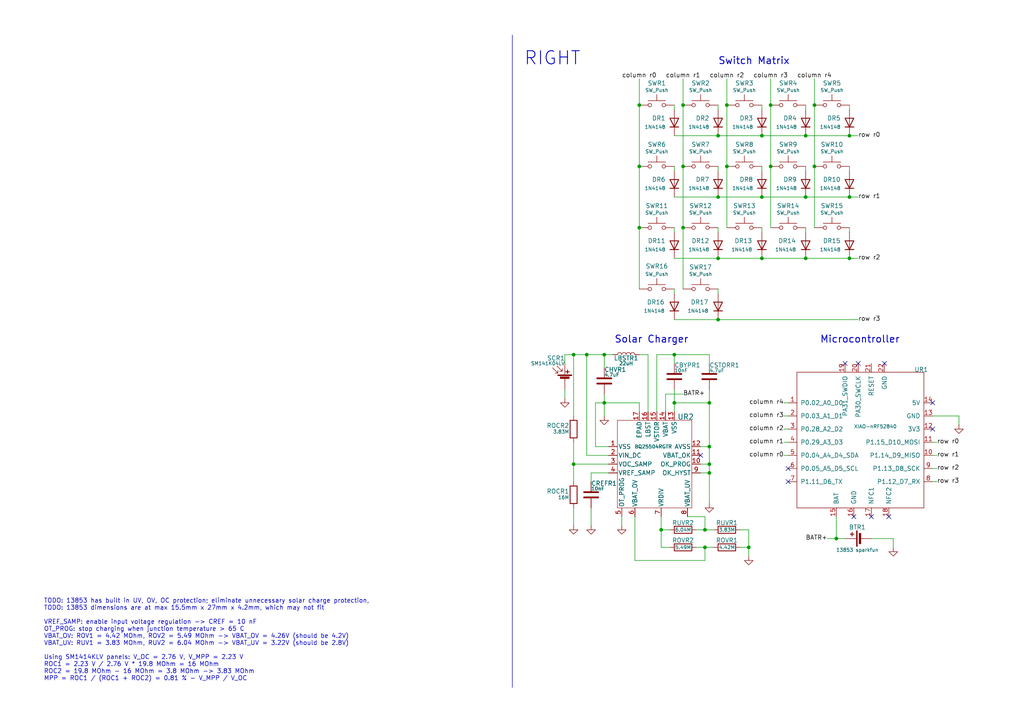
<source format=kicad_sch>
(kicad_sch (version 20250114) (generator "eeschema") (generator_version "9.0")
  (paper "A4")
  (title_block (title "cweep") (rev "1") (comment 1 "use 1% resistors") (comment 2 "use low leakage capacitors to minimize quiescent current"))
  (lib_symbols
    (symbol "BQ25504RGTR:BQ25504RGTR" (pin_names (offset 0.254))
      (property "Reference" "U" (at 0.762 39.116 0))
      (property "Value" "BQ25504RGTR" (at 10.668 33.02 0))
      (property "Footprint" "RGT16_1P7X1P7" (at 26.416 15.748 0))
      (property "Datasheet" "BQ25504RGTR" (at 28.448 17.526 0))
      (symbol "BQ25504RGTR_0_1"
        (polyline (pts (xy 0 40.64) (xy 0 15.24)) (stroke (width 0.127)))
        (polyline (pts (xy 0 40.64) (xy 21.59 40.64)) (stroke (width 0.127)))
        (polyline (pts (xy 0 15.24) (xy 21.59 15.24)) (stroke (width 0.127)))
        (polyline (pts (xy 21.59 40.64) (xy 21.59 15.24)) (stroke (width 0.127)))
        (pin power_in line (at -2.54 33.02 0) (length 2.54) (name "VSS") (number "1"))
        (pin input line (at -2.54 30.48 0) (length 2.54) (name "VIN_DC") (number "2"))
        (pin input line (at -2.54 27.94 0) (length 2.54) (name "VOC_SAMP") (number "3"))
        (pin input line (at -2.54 25.4 0) (length 2.54) (name "VREF_SAMP") (number "4"))
        (pin input line (at 1.27 12.7 90) (length 2.54) (name "OT_PROG") (number "5"))
        (pin input line (at 5.08 12.7 90) (length 2.54) (name "VBAT_OV") (number "6"))
        (pin power_in line (at 6.35 43.18 270) (length 2.54) (name "EPAD") (number "17"))
        (pin input line (at 8.89 43.18 270) (length 2.54) (name "LBST") (number "16"))
        (pin output line (at 11.43 43.18 270) (length 2.54) (name "VSTOR") (number "15"))
        (pin output line (at 12.7 12.7 90) (length 2.54) (name "VRDIV") (number "7"))
        (pin bidirectional line (at 13.97 43.18 270) (length 2.54) (name "VBAT") (number "14"))
        (pin power_in line (at 16.51 43.18 270) (length 2.54) (name "VSS") (number "13"))
        (pin input line (at 20.32 12.7 90) (length 2.54) (name "VBAT_UV") (number "8"))
        (pin power_in line (at 24.13 33.02 180) (length 2.54) (name "AVSS") (number "12"))
        (pin output line (at 24.13 30.48 180) (length 2.54) (name "VBAT_OK") (number "11"))
        (pin input line (at 24.13 27.94 180) (length 2.54) (name "OK_PROG") (number "10"))
        (pin input line (at 24.13 25.4 180) (length 2.54) (name "OK_HYST") (number "9"))
      )
    )
    (symbol "Device:Battery_Cell" (pin_numbers (hide yes)) (pin_names (offset 0) (hide yes))
      (property "Reference" "BT" (at 2.54 2.54 0))
      (property "Value" "Battery_Cell" (at 2.54 0 0))
      (symbol "Battery_Cell_0_1"
        (rectangle (start -2.286 1.778) (end 2.286 1.524) (fill (type outline)))
        (rectangle (start -1.524 1.016) (end 1.524 0.508) (fill (type outline)))
        (polyline (pts (xy 0 1.778) (xy 0 2.54)))
        (polyline (pts (xy 0 0.762) (xy 0 0)))
        (polyline (pts (xy 0.762 3.048) (xy 1.778 3.048)) (stroke (width 0.254)))
        (polyline (pts (xy 1.27 3.556) (xy 1.27 2.54)) (stroke (width 0.254)))
      )
      (symbol "Battery_Cell_1_1"
        (pin passive line (at 0 5.08 270) (length 2.54) (name "+") (number "1"))
        (pin passive line (at 0 -2.54 90) (length 2.54) (name "-") (number "2"))
      )
    )
    (symbol "Device:C" (pin_numbers (hide yes)) (pin_names (offset 0.254))
      (property "Reference" "C" (at 0.635 2.54 0))
      (property "Value" "C" (at 0.635 -2.54 0))
      (symbol "C_0_1"
        (polyline (pts (xy -2.032 0.762) (xy 2.032 0.762)) (stroke (width 0.508)))
        (polyline (pts (xy -2.032 -0.762) (xy 2.032 -0.762)) (stroke (width 0.508)))
      )
      (symbol "C_1_1"
        (pin passive line (at 0 3.81 270) (length 2.794) (name "~") (number "1"))
        (pin passive line (at 0 -3.81 90) (length 2.794) (name "~") (number "2"))
      )
    )
    (symbol "Device:L" (pin_numbers (hide yes)) (pin_names (offset 1.016) (hide yes))
      (property "Reference" "L" (at -1.27 0 90))
      (property "Value" "L" (at 1.905 0 90))
      (symbol "L_0_1"
        (arc (start 0 2.54) (mid 0.6323 1.905) (end 0 1.27))
        (arc (start 0 1.27) (mid 0.6323 0.635) (end 0 0))
        (arc (start 0 0) (mid 0.6323 -0.635) (end 0 -1.27))
        (arc (start 0 -1.27) (mid 0.6323 -1.905) (end 0 -2.54))
      )
      (symbol "L_1_1"
        (pin passive line (at 0 3.81 270) (length 1.27) (name "1") (number "1"))
        (pin passive line (at 0 -3.81 90) (length 1.27) (name "2") (number "2"))
      )
    )
    (symbol "Device:R" (pin_numbers (hide yes)) (pin_names (offset 0))
      (property "Reference" "R" (at 2.032 0 90))
      (property "Value" "R" (at 0 0 90))
      (symbol "R_0_1"
        (rectangle (start -1.016 -2.54) (end 1.016 2.54) (stroke (width 0.254)))
      )
      (symbol "R_1_1"
        (pin passive line (at 0 3.81 270) (length 1.27) (name "~") (number "1"))
        (pin passive line (at 0 -3.81 90) (length 1.27) (name "~") (number "2"))
      )
    )
    (symbol "Device:Solar_Cell" (pin_numbers (hide yes)) (pin_names (offset 0) (hide yes))
      (property "Reference" "SC" (at 2.54 2.54 0))
      (property "Value" "Solar_Cell" (at 2.54 0 0))
      (symbol "Solar_Cell_0_1"
        (polyline (pts (xy -2.032 3.048) (xy -2.032 2.286) (xy -2.794 2.286)))
        (polyline (pts (xy -2.032 2.286) (xy -3.556 3.81)))
        (rectangle (start -2.032 1.778) (end 2.032 1.524) (fill (type outline)))
        (rectangle (start -1.3208 1.1938) (end 1.27 0.6858) (fill (type outline)))
        (polyline (pts (xy -0.762 3.556) (xy -0.762 2.794) (xy -1.524 2.794)))
        (polyline (pts (xy -0.762 2.794) (xy -2.286 4.318)))
        (polyline (pts (xy 0 1.778) (xy 0 2.54)))
        (polyline (pts (xy 0 0.762) (xy 0 0)))
        (polyline (pts (xy 0.254 2.667) (xy 1.27 2.667)) (stroke (width 0.254)))
        (polyline (pts (xy 0.762 3.175) (xy 0.762 2.159)) (stroke (width 0.254)))
      )
      (symbol "Solar_Cell_1_1"
        (pin passive line (at 0 5.08 270) (length 2.54) (name "+") (number "1"))
        (pin passive line (at 0 -2.54 90) (length 2.54) (name "-") (number "2"))
      )
    )
    (symbol "Seeed Studio XIAO Series:XIAO-nRF52840" (pin_names (offset 1.016))
      (property "Reference" "U" (at 0.508 40.132 0))
      (property "Value" "XIAO-nRF52840" (at 6.604 38.1 0))
      (symbol "XIAO-nRF52840_0_1"
        (rectangle (start 0 39.37) (end 36.83 0))
      )
      (symbol "XIAO-nRF52840_1_1"
        (pin passive line (at -2.54 30.48 0) (length 2.54) (name "P0.02_A0_D0") (number "1"))
        (pin passive line (at -2.54 26.67 0) (length 2.54) (name "P0.03_A1_D1") (number "2"))
        (pin passive line (at -2.54 22.86 0) (length 2.54) (name "P0.28_A2_D2") (number "3"))
        (pin passive line (at -2.54 19.05 0) (length 2.54) (name "P0.29_A3_D3") (number "4"))
        (pin passive line (at -2.54 15.24 0) (length 2.54) (name "P0.04_A4_D4_SDA") (number "5"))
        (pin passive line (at -2.54 11.43 0) (length 2.54) (name "P0.05_A5_D5_SCL") (number "6"))
        (pin passive line (at -2.54 7.62 0) (length 2.54) (name "P1.11_D6_TX") (number "7"))
        (pin passive line (at 11.43 -2.54 90) (length 2.54) (name "BAT") (number "15"))
        (pin passive line (at 13.97 41.91 270) (length 2.54) (name "PA31_SWDIO") (number "19"))
        (pin passive line (at 16.51 -2.54 90) (length 2.54) (name "GND") (number "16"))
        (pin passive line (at 17.78 41.91 270) (length 2.54) (name "PA30_SWCLK") (number "20"))
        (pin passive line (at 21.59 41.91 270) (length 2.54) (name "RESET") (number "21"))
        (pin passive line (at 21.59 -2.54 90) (length 2.54) (name "NFC1") (number "17"))
        (pin passive line (at 25.4 41.91 270) (length 2.54) (name "GND") (number "22"))
        (pin passive line (at 26.67 -2.54 90) (length 2.54) (name "NFC2") (number "18"))
        (pin passive line (at 39.37 30.48 180) (length 2.54) (name "5V") (number "14"))
        (pin passive line (at 39.37 26.67 180) (length 2.54) (name "GND") (number "13"))
        (pin passive line (at 39.37 22.86 180) (length 2.54) (name "3V3") (number "12"))
        (pin passive line (at 39.37 19.05 180) (length 2.54) (name "P1.15_D10_MOSI") (number "11"))
        (pin passive line (at 39.37 15.24 180) (length 2.54) (name "P1.14_D9_MISO") (number "10"))
        (pin passive line (at 39.37 11.43 180) (length 2.54) (name "P1.13_D8_SCK") (number "9"))
        (pin passive line (at 39.37 7.62 180) (length 2.54) (name "P1.12_D7_RX") (number "8"))
      )
    )
    (symbol "Switch:SW_Push" (pin_numbers (hide yes)) (pin_names (offset 1.016) (hide yes))
      (property "Reference" "SW" (at 1.27 2.54 0))
      (property "Value" "SW_Push" (at 0 -1.524 0))
      (symbol "SW_Push_0_1"
        (circle (center -2.032 0) (radius 0.508))
        (polyline (pts (xy 0 1.27) (xy 0 3.048)))
        (circle (center 2.032 0) (radius 0.508))
        (polyline (pts (xy 2.54 1.27) (xy -2.54 1.27)))
        (pin passive line (at -5.08 0 0) (length 2.54) (name "1") (number "1"))
        (pin passive line (at 5.08 0 180) (length 2.54) (name "2") (number "2"))
      )
    )
    (symbol "cweep:1N4148" (pin_numbers (hide yes)) (pin_names (hide yes))
      (property "Reference" "D" (at -2.54 1.27 0))
      (property "Value" "1N4148" (at -2.54 -1.27 0))
      (symbol "1N4148_0_1"
        (polyline (pts (xy -1.27 1.27) (xy 1.27 1.27) (xy 0 -1.27) (xy -1.27 1.27)) (stroke (width 0.254)))
        (polyline (pts (xy -1.27 -1.27) (xy 1.27 -1.27)) (stroke (width 0.254)))
        (polyline (pts (xy 0 1.27) (xy 0 -1.27)))
      )
      (symbol "1N4148_1_1"
        (pin passive line (at 0 3.81 270) (length 2.54) (name "A") (number "2"))
        (pin passive line (at 0 -3.81 90) (length 2.54) (name "K") (number "1"))
      )
    )
    (symbol "power:GND" (power) (pin_numbers (hide yes)) (pin_names (offset 0) (hide yes))
      (property "Value" "GND" (at 0 -3.81 0))
      (symbol "GND_0_1"
        (polyline (pts (xy 0 0) (xy 0 -1.27) (xy 1.27 -1.27) (xy 0 -2.54) (xy -1.27 -1.27) (xy 0 -1.27)))
      )
      (symbol "GND_1_1"
        (pin power_in line (at 0 0 270) (length 0) (name "~") (number "1"))
      )
    )
  )
  (text "TODO: 13853 has built in UV, OV, OC protection; eliminate unnecessary solar charge protection, \nTODO: 13853 dimensions are at max 15.5mm x 27mm x 4.2mm, which may not fit\n\nVREF_SAMP: enable input voltage regulation -> CREF = 10 nF\nOT_PROG: stop charging when junction temperature > 65 C\nVBAT_OV: ROV1 = 4.42 MOhm, ROV2 = 5.49 MOhm -> VBAT_OV = 4.26V (should be 4.2V)\nVBAT_UV: RUV1 = 3.83 MOhm, RUV2 = 6.04 MOhm -> VBAT_UV = 3.22V (should be 2.8V)\n\nUsing SM1414KLV panels: V_OC = 2.76 V, V_MPP = 2.23 V\nROC1 = 2.23 V / 2.76 V * 19.8 MOhm = 16 MOhm\nROC2 = 19.8 MOhm - 16 MOhm = 3.8 MOhm -> 3.83 MOhm\nMPP = ROC1 / (ROC1 + ROC2) = 0.81 % - V_MPP / V_OC" (at 12.7 197.612 0) (effects (font (size 1.27 1.27)) (justify left bottom)))
  (text "Solar Charger" (exclude_from_sim yes) (at 188.976 98.552 0) (effects (font (size 2.032 2.032) (thickness 0.254) (bold yes))))
  (text "Switch Matrix" (exclude_from_sim yes) (at 218.694 17.78 0) (effects (font (size 2.032 2.032) (thickness 0.254) (bold yes))))
  (text "Microcontroller" (exclude_from_sim yes) (at 249.428 98.552 0) (effects (font (size 2.032 2.032) (thickness 0.254) (bold yes))))
  (text "RIGHT" (exclude_from_sim yes) (at 151.892 17.018 0) (effects (font (size 3.81 3.81) (thickness 0.254) (bold yes)) (justify left)))
  (junction (at 195.58 102.87))
  (junction (at 170.18 102.87))
  (junction (at 166.37 102.87))
  (junction (at 246.38 74.93))
  (junction (at 220.98 39.37))
  (junction (at 217.17 158.75))
  (junction (at 205.74 129.54))
  (junction (at 233.68 74.93))
  (junction (at 236.22 48.26))
  (junction (at 175.26 116.84))
  (junction (at 208.28 92.71))
  (junction (at 233.68 57.15))
  (junction (at 204.47 158.75))
  (junction (at 175.26 102.87))
  (junction (at 210.82 30.48))
  (junction (at 208.28 74.93))
  (junction (at 185.42 66.04))
  (junction (at 204.47 153.67))
  (junction (at 210.82 48.26))
  (junction (at 236.22 30.48))
  (junction (at 220.98 74.93))
  (junction (at 242.57 156.21))
  (junction (at 195.58 116.84))
  (junction (at 246.38 39.37))
  (junction (at 220.98 57.15))
  (junction (at 198.12 30.48))
  (junction (at 208.28 39.37))
  (junction (at 198.12 48.26))
  (junction (at 246.38 57.15))
  (junction (at 233.68 39.37))
  (junction (at 223.52 48.26))
  (junction (at 185.42 30.48))
  (junction (at 205.74 137.16))
  (junction (at 191.77 153.67))
  (junction (at 205.74 134.62))
  (junction (at 185.42 48.26))
  (junction (at 208.28 57.15))
  (junction (at 166.37 134.62))
  (junction (at 198.12 66.04))
  (junction (at 223.52 30.48))
  (junction (at 205.74 116.84))
  (no_connect (at 270.51 124.46))
  (no_connect (at 203.2 132.08))
  (no_connect (at 257.81 149.86))
  (no_connect (at 252.73 149.86))
  (no_connect (at 228.6 135.89))
  (no_connect (at 245.11 105.41))
  (no_connect (at 270.51 116.84))
  (no_connect (at 228.6 139.7))
  (no_connect (at 256.54 105.41))
  (no_connect (at 247.65 149.86))
  (no_connect (at 248.92 105.41))
  (wire (pts (xy 270.51 135.89) (xy 271.78 135.89)))
  (wire (pts (xy 233.68 48.26) (xy 233.68 49.53)))
  (wire (pts (xy 175.26 114.3) (xy 175.26 116.84)))
  (wire (pts (xy 170.18 132.08) (xy 176.53 132.08)))
  (wire (pts (xy 175.26 116.84) (xy 185.42 116.84)))
  (wire (pts (xy 246.38 66.04) (xy 246.38 67.31)))
  (wire (pts (xy 217.17 158.75) (xy 217.17 161.29)))
  (wire (pts (xy 166.37 152.4) (xy 166.37 147.32)))
  (wire (pts (xy 205.74 105.41) (xy 205.74 102.87)))
  (wire (pts (xy 184.15 149.86) (xy 184.15 162.56)))
  (wire (pts (xy 195.58 39.37) (xy 208.28 39.37)))
  (wire (pts (xy 246.38 57.15) (xy 248.92 57.15)))
  (wire (pts (xy 205.74 116.84) (xy 205.74 129.54)))
  (wire (pts (xy 233.68 30.48) (xy 233.68 31.75)))
  (wire (pts (xy 185.42 22.86) (xy 185.42 30.48)))
  (wire (pts (xy 208.28 83.82) (xy 208.28 85.09)))
  (wire (pts (xy 185.42 48.26) (xy 185.42 66.04)))
  (wire (pts (xy 236.22 48.26) (xy 236.22 66.04)))
  (wire (pts (xy 220.98 30.48) (xy 220.98 31.75)))
  (wire (pts (xy 270.51 120.65) (xy 278.13 120.65)))
  (wire (pts (xy 172.72 116.84) (xy 175.26 116.84)))
  (wire (pts (xy 217.17 153.67) (xy 217.17 158.75)))
  (wire (pts (xy 185.42 30.48) (xy 185.42 48.26)))
  (wire (pts (xy 246.38 30.48) (xy 246.38 31.75)))
  (wire (pts (xy 208.28 48.26) (xy 208.28 49.53)))
  (wire (pts (xy 195.58 30.48) (xy 195.58 31.75)))
  (wire (pts (xy 220.98 66.04) (xy 220.98 67.31)))
  (wire (pts (xy 210.82 22.86) (xy 210.82 30.48)))
  (wire (pts (xy 246.38 48.26) (xy 246.38 49.53)))
  (wire (pts (xy 198.12 48.26) (xy 198.12 66.04)))
  (wire (pts (xy 227.33 124.46) (xy 228.6 124.46)))
  (wire (pts (xy 195.58 48.26) (xy 195.58 49.53)))
  (wire (pts (xy 204.47 149.86) (xy 204.47 153.67)))
  (wire (pts (xy 191.77 153.67) (xy 191.77 158.75)))
  (wire (pts (xy 191.77 158.75) (xy 194.31 158.75)))
  (wire (pts (xy 171.45 137.16) (xy 171.45 139.7)))
  (wire (pts (xy 195.58 116.84) (xy 195.58 119.38)))
  (wire (pts (xy 163.83 102.87) (xy 166.37 102.87)))
  (wire (pts (xy 199.39 149.86) (xy 204.47 149.86)))
  (wire (pts (xy 191.77 153.67) (xy 191.77 149.86)))
  (wire (pts (xy 185.42 116.84) (xy 185.42 119.38)))
  (wire (pts (xy 270.51 132.08) (xy 271.78 132.08)))
  (wire (pts (xy 227.33 128.27) (xy 228.6 128.27)))
  (wire (pts (xy 208.28 92.71) (xy 248.92 92.71)))
  (wire (pts (xy 210.82 48.26) (xy 210.82 66.04)))
  (wire (pts (xy 236.22 22.86) (xy 236.22 30.48)))
  (wire (pts (xy 259.08 156.21) (xy 252.73 156.21)))
  (wire (pts (xy 270.51 128.27) (xy 271.78 128.27)))
  (polyline (pts (xy 148.59 199.39) (xy 148.59 10.16)))
  (wire (pts (xy 205.74 129.54) (xy 205.74 134.62)))
  (wire (pts (xy 201.93 158.75) (xy 204.47 158.75)))
  (wire (pts (xy 233.68 57.15) (xy 246.38 57.15)))
  (wire (pts (xy 195.58 92.71) (xy 208.28 92.71)))
  (wire (pts (xy 185.42 102.87) (xy 187.96 102.87)))
  (wire (pts (xy 175.26 102.87) (xy 177.8 102.87)))
  (wire (pts (xy 208.28 57.15) (xy 220.98 57.15)))
  (wire (pts (xy 227.33 132.08) (xy 228.6 132.08)))
  (wire (pts (xy 170.18 102.87) (xy 175.26 102.87)))
  (wire (pts (xy 223.52 22.86) (xy 223.52 30.48)))
  (wire (pts (xy 184.15 162.56) (xy 204.47 162.56)))
  (wire (pts (xy 198.12 22.86) (xy 198.12 30.48)))
  (wire (pts (xy 172.72 129.54) (xy 176.53 129.54)))
  (wire (pts (xy 217.17 153.67) (xy 214.63 153.67)))
  (wire (pts (xy 166.37 102.87) (xy 170.18 102.87)))
  (wire (pts (xy 236.22 30.48) (xy 236.22 48.26)))
  (wire (pts (xy 195.58 102.87) (xy 205.74 102.87)))
  (wire (pts (xy 246.38 39.37) (xy 248.92 39.37)))
  (wire (pts (xy 223.52 48.26) (xy 223.52 66.04)))
  (wire (pts (xy 175.26 102.87) (xy 175.26 106.68)))
  (wire (pts (xy 175.26 120.65) (xy 175.26 116.84)))
  (wire (pts (xy 163.83 105.41) (xy 163.83 102.87)))
  (wire (pts (xy 195.58 74.93) (xy 208.28 74.93)))
  (wire (pts (xy 208.28 74.93) (xy 220.98 74.93)))
  (wire (pts (xy 220.98 74.93) (xy 233.68 74.93)))
  (wire (pts (xy 208.28 39.37) (xy 220.98 39.37)))
  (wire (pts (xy 220.98 39.37) (xy 233.68 39.37)))
  (wire (pts (xy 204.47 162.56) (xy 204.47 158.75)))
  (wire (pts (xy 180.34 152.4) (xy 180.34 149.86)))
  (wire (pts (xy 195.58 83.82) (xy 195.58 85.09)))
  (wire (pts (xy 205.74 134.62) (xy 205.74 137.16)))
  (wire (pts (xy 201.93 153.67) (xy 204.47 153.67)))
  (wire (pts (xy 240.03 156.21) (xy 242.57 156.21)))
  (wire (pts (xy 220.98 48.26) (xy 220.98 49.53)))
  (wire (pts (xy 242.57 149.86) (xy 242.57 156.21)))
  (wire (pts (xy 193.04 114.3) (xy 193.04 119.38)))
  (wire (pts (xy 195.58 66.04) (xy 195.58 67.31)))
  (wire (pts (xy 278.13 120.65) (xy 278.13 123.19)))
  (wire (pts (xy 242.57 156.21) (xy 245.11 156.21)))
  (wire (pts (xy 190.5 102.87) (xy 195.58 102.87)))
  (wire (pts (xy 223.52 30.48) (xy 223.52 48.26)))
  (wire (pts (xy 172.72 116.84) (xy 172.72 129.54)))
  (wire (pts (xy 214.63 158.75) (xy 217.17 158.75)))
  (wire (pts (xy 227.33 120.65) (xy 228.6 120.65)))
  (wire (pts (xy 205.74 137.16) (xy 205.74 146.05)))
  (wire (pts (xy 204.47 158.75) (xy 207.01 158.75)))
  (wire (pts (xy 176.53 137.16) (xy 171.45 137.16)))
  (wire (pts (xy 227.33 116.84) (xy 228.6 116.84)))
  (wire (pts (xy 195.58 57.15) (xy 208.28 57.15)))
  (wire (pts (xy 259.08 158.75) (xy 259.08 156.21)))
  (wire (pts (xy 171.45 147.32) (xy 171.45 152.4)))
  (wire (pts (xy 246.38 74.93) (xy 248.92 74.93)))
  (wire (pts (xy 166.37 102.87) (xy 166.37 120.65)))
  (wire (pts (xy 198.12 114.3) (xy 193.04 114.3)))
  (wire (pts (xy 187.96 102.87) (xy 187.96 119.38)))
  (wire (pts (xy 195.58 102.87) (xy 195.58 105.41)))
  (wire (pts (xy 195.58 116.84) (xy 205.74 116.84)))
  (wire (pts (xy 191.77 153.67) (xy 194.31 153.67)))
  (wire (pts (xy 166.37 139.7) (xy 166.37 134.62)))
  (wire (pts (xy 233.68 74.93) (xy 246.38 74.93)))
  (wire (pts (xy 198.12 30.48) (xy 198.12 48.26)))
  (wire (pts (xy 233.68 39.37) (xy 246.38 39.37)))
  (wire (pts (xy 203.2 129.54) (xy 205.74 129.54)))
  (wire (pts (xy 166.37 134.62) (xy 176.53 134.62)))
  (wire (pts (xy 185.42 66.04) (xy 185.42 83.82)))
  (wire (pts (xy 203.2 134.62) (xy 205.74 134.62)))
  (wire (pts (xy 204.47 153.67) (xy 207.01 153.67)))
  (wire (pts (xy 220.98 57.15) (xy 233.68 57.15)))
  (wire (pts (xy 205.74 113.03) (xy 205.74 116.84)))
  (wire (pts (xy 203.2 137.16) (xy 205.74 137.16)))
  (wire (pts (xy 170.18 102.87) (xy 170.18 132.08)))
  (wire (pts (xy 190.5 102.87) (xy 190.5 119.38)))
  (wire (pts (xy 210.82 30.48) (xy 210.82 48.26)))
  (wire (pts (xy 166.37 128.27) (xy 166.37 134.62)))
  (wire (pts (xy 208.28 66.04) (xy 208.28 67.31)))
  (wire (pts (xy 233.68 66.04) (xy 233.68 67.31)))
  (wire (pts (xy 163.83 113.03) (xy 163.83 115.57)))
  (wire (pts (xy 208.28 30.48) (xy 208.28 31.75)))
  (wire (pts (xy 195.58 113.03) (xy 195.58 116.84)))
  (wire (pts (xy 270.51 139.7) (xy 271.78 139.7)))
  (wire (pts (xy 198.12 66.04) (xy 198.12 83.82)))
  (label "BATR+" (at 198.12 114.3 0))
  (label "column r0" (at 185.42 22.86 0))
  (label "row r3" (at 271.78 139.7 0))
  (label "column r3" (at 227.33 120.65 180))
  (label "column r1" (at 198.12 22.86 0))
  (label "row r0" (at 271.78 128.27 0))
  (label "row r0" (at 248.92 39.37 0))
  (label "row r1" (at 248.92 57.15 0))
  (label "BATR+" (at 240.03 156.21 180))
  (label "column r2" (at 210.82 22.86 0))
  (label "column r0" (at 227.33 132.08 180))
  (label "row r3" (at 248.92 92.71 0))
  (label "row r2" (at 248.92 74.93 0))
  (label "column r3" (at 223.52 22.86 0))
  (label "row r1" (at 271.78 132.08 0))
  (label "column r4" (at 227.33 116.84 180))
  (label "column r4" (at 236.22 22.86 0))
  (label "row r2" (at 271.78 135.89 0))
  (label "column r1" (at 227.33 128.27 180))
  (label "column r2" (at 227.33 124.46 180))
  (symbol (lib_id "Switch:SW_Push") (at 215.9 30.48 0) (unit 1)
    (property "Reference" "SWR3" (at 215.9 24.13 0))
    (property "Value" "SW_Push" (at 215.9 26.162 0) (effects (font (size 1.016 1.016))))
    (property "Footprint" "Switch_Keyboard_Hotswap_Kailh:SW_Hotswap_Kailh_Choc_V1_1.00u" (effects (hide yes)))
    (property "Description" "Push button switch, generic, two pins" (effects (hide yes)))
  )
  (symbol (lib_id "Switch:SW_Push") (at 241.3 30.48 0) (unit 1)
    (property "Reference" "SWR5" (at 241.3 24.13 0))
    (property "Value" "SW_Push" (at 241.3 26.162 0) (effects (font (size 1.016 1.016))))
    (property "Footprint" "Switch_Keyboard_Hotswap_Kailh:SW_Hotswap_Kailh_Choc_V1_1.00u" (effects (hide yes)))
    (property "Description" "Push button switch, generic, two pins" (effects (hide yes)))
  )
  (symbol (lib_id "Switch:SW_Push") (at 228.6 30.48 0) (unit 1)
    (property "Reference" "SWR4" (at 228.6 24.13 0))
    (property "Value" "SW_Push" (at 228.6 26.162 0) (effects (font (size 1.016 1.016))))
    (property "Footprint" "Switch_Keyboard_Hotswap_Kailh:SW_Hotswap_Kailh_Choc_V1_1.00u" (effects (hide yes)))
    (property "Description" "Push button switch, generic, two pins" (effects (hide yes)))
  )
  (symbol (lib_id "cweep:1N4148") (at 208.28 35.56 0) (unit 1)
    (property "Reference" "DR2" (at 205.74 34.2899 0) (effects (justify right)))
    (property "Value" "1N4148" (at 205.74 36.8299 0) (effects (font (size 1.016 1.016)) (justify right)))
    (property "Footprint" "Diode_THT:D_DO-35_SOD27_P7.62mm_Horizontal" (effects (hide yes)))
    (property "Datasheet" "https://assets.nexperia.com/documents/data-sheet/1N4148_1N4448.pdf" (effects (hide yes)))
    (property "Description" "100V 0.15A standard switching diode, DO-35" (effects (hide yes)))
    (property "Sim.Device" "D" (effects (hide yes)))
    (property "Sim.Pins" "1=K 2=A" (effects (hide yes)))
  )
  (symbol (lib_id "power:GND") (at 166.37 152.4 0) (unit 1)
    (property "Reference" "#PWR09" (effects (hide yes)))
    (property "Value" "GND" (effects (hide yes)))
    (property "Description" "Power symbol creates a global label with name \"GND\" , ground" (effects (hide yes)))
  )
  (symbol (lib_id "Switch:SW_Push") (at 215.9 66.04 0) (unit 1)
    (property "Reference" "SWR13" (at 215.9 59.69 0))
    (property "Value" "SW_Push" (at 215.9 61.722 0) (effects (font (size 1.016 1.016))))
    (property "Footprint" "Switch_Keyboard_Hotswap_Kailh:SW_Hotswap_Kailh_Choc_V1_1.00u" (effects (hide yes)))
    (property "Description" "Push button switch, generic, two pins" (effects (hide yes)))
  )
  (symbol (lib_id "Switch:SW_Push") (at 241.3 66.04 0) (unit 1)
    (property "Reference" "SWR15" (at 241.3 59.69 0))
    (property "Value" "SW_Push" (at 241.3 61.722 0) (effects (font (size 1.016 1.016))))
    (property "Footprint" "Switch_Keyboard_Hotswap_Kailh:SW_Hotswap_Kailh_Choc_V1_1.00u" (effects (hide yes)))
    (property "Description" "Push button switch, generic, two pins" (effects (hide yes)))
  )
  (symbol (lib_id "Device:R") (at 166.37 124.46 180) (unit 1)
    (property "Reference" "ROCR2" (at 165.1 123.444 0) (effects (justify left)))
    (property "Value" "3.83M" (at 165.1 125.222 0) (effects (font (size 1.016 1.016)) (justify left)))
    (property "Description" "Resistor" (effects (hide yes)))
  )
  (symbol (lib_id "Switch:SW_Push") (at 203.2 30.48 0) (unit 1)
    (property "Reference" "SWR2" (at 203.2 24.13 0))
    (property "Value" "SW_Push" (at 203.2 26.162 0) (effects (font (size 1.016 1.016))))
    (property "Footprint" "Switch_Keyboard_Hotswap_Kailh:SW_Hotswap_Kailh_Choc_V1_1.00u" (effects (hide yes)))
    (property "Description" "Push button switch, generic, two pins" (effects (hide yes)))
  )
  (symbol (lib_id "power:GND") (at 205.74 146.05 0) (unit 1)
    (property "Reference" "#PWR01" (effects (hide yes)))
    (property "Value" "GND" (effects (hide yes)))
    (property "Description" "Power symbol creates a global label with name \"GND\" , ground" (effects (hide yes)))
  )
  (symbol (lib_id "cweep:1N4148") (at 220.98 35.56 0) (unit 1)
    (property "Reference" "DR3" (at 218.44 34.2899 0) (effects (justify right)))
    (property "Value" "1N4148" (at 218.44 36.8299 0) (effects (font (size 1.016 1.016)) (justify right)))
    (property "Footprint" "Diode_THT:D_DO-35_SOD27_P7.62mm_Horizontal" (effects (hide yes)))
    (property "Datasheet" "https://assets.nexperia.com/documents/data-sheet/1N4148_1N4448.pdf" (effects (hide yes)))
    (property "Description" "100V 0.15A standard switching diode, DO-35" (effects (hide yes)))
    (property "Sim.Device" "D" (effects (hide yes)))
    (property "Sim.Pins" "1=K 2=A" (effects (hide yes)))
  )
  (symbol (lib_id "cweep:1N4148") (at 220.98 71.12 0) (unit 1)
    (property "Reference" "DR13" (at 218.186 69.85 0) (effects (justify right)))
    (property "Value" "1N4148" (at 218.186 72.39 0) (effects (font (size 1.016 1.016)) (justify right)))
    (property "Footprint" "Diode_THT:D_DO-35_SOD27_P7.62mm_Horizontal" (effects (hide yes)))
    (property "Datasheet" "https://assets.nexperia.com/documents/data-sheet/1N4148_1N4448.pdf" (effects (hide yes)))
    (property "Description" "100V 0.15A standard switching diode, DO-35" (effects (hide yes)))
    (property "Sim.Device" "D" (effects (hide yes)))
    (property "Sim.Pins" "1=K 2=A" (effects (hide yes)))
  )
  (symbol (lib_id "Switch:SW_Push") (at 203.2 66.04 0) (unit 1)
    (property "Reference" "SWR12" (at 203.2 59.69 0))
    (property "Value" "SW_Push" (at 203.2 61.722 0) (effects (font (size 1.016 1.016))))
    (property "Footprint" "Switch_Keyboard_Hotswap_Kailh:SW_Hotswap_Kailh_Choc_V1_1.00u" (effects (hide yes)))
    (property "Description" "Push button switch, generic, two pins" (effects (hide yes)))
  )
  (symbol (lib_id "Switch:SW_Push") (at 241.3 48.26 0) (unit 1)
    (property "Reference" "SWR10" (at 241.3 41.91 0))
    (property "Value" "SW_Push" (at 241.3 43.942 0) (effects (font (size 1.016 1.016))))
    (property "Footprint" "Switch_Keyboard_Hotswap_Kailh:SW_Hotswap_Kailh_Choc_V1_1.00u" (effects (hide yes)))
    (property "Description" "Push button switch, generic, two pins" (effects (hide yes)))
  )
  (symbol (lib_id "Device:Battery_Cell") (at 250.19 156.21 90) (unit 1)
    (property "Reference" "BTR1" (at 248.666 152.908 90))
    (property "Value" "13853 sparkfun" (at 248.666 159.512 90) (effects (font (size 1.016 1.016))))
    (property "Footprint" "cweep:battery-13853-sparkfun-25x15x4" (effects (hide yes)))
    (property "Description" "Single-cell battery" (effects (hide yes)))
  )
  (symbol (lib_id "cweep:1N4148") (at 246.38 71.12 0) (unit 1)
    (property "Reference" "DR15" (at 243.84 69.8499 0) (effects (justify right)))
    (property "Value" "1N4148" (at 243.84 72.3899 0) (effects (font (size 1.016 1.016)) (justify right)))
    (property "Footprint" "Diode_THT:D_DO-35_SOD27_P7.62mm_Horizontal" (effects (hide yes)))
    (property "Datasheet" "https://assets.nexperia.com/documents/data-sheet/1N4148_1N4448.pdf" (effects (hide yes)))
    (property "Description" "100V 0.15A standard switching diode, DO-35" (effects (hide yes)))
    (property "Sim.Device" "D" (effects (hide yes)))
    (property "Sim.Pins" "1=K 2=A" (effects (hide yes)))
  )
  (symbol (lib_id "cweep:1N4148") (at 220.98 53.34 0) (unit 1)
    (property "Reference" "DR8" (at 218.44 52.0699 0) (effects (justify right)))
    (property "Value" "1N4148" (at 218.44 54.6099 0) (effects (font (size 1.016 1.016)) (justify right)))
    (property "Footprint" "Diode_THT:D_DO-35_SOD27_P7.62mm_Horizontal" (effects (hide yes)))
    (property "Datasheet" "https://assets.nexperia.com/documents/data-sheet/1N4148_1N4448.pdf" (effects (hide yes)))
    (property "Description" "100V 0.15A standard switching diode, DO-35" (effects (hide yes)))
    (property "Sim.Device" "D" (effects (hide yes)))
    (property "Sim.Pins" "1=K 2=A" (effects (hide yes)))
  )
  (symbol (lib_id "Device:R") (at 210.82 153.67 270) (unit 1)
    (property "Reference" "RUVR1" (at 210.82 151.638 90))
    (property "Value" "3.83M" (at 210.82 153.67 90) (effects (font (size 1.016 1.016))))
    (property "Description" "Resistor" (effects (hide yes)))
  )
  (symbol (lib_id "Switch:SW_Push") (at 228.6 48.26 0) (unit 1)
    (property "Reference" "SWR9" (at 228.6 41.91 0))
    (property "Value" "SW_Push" (at 228.6 43.942 0) (effects (font (size 1.016 1.016))))
    (property "Footprint" "Switch_Keyboard_Hotswap_Kailh:SW_Hotswap_Kailh_Choc_V1_1.00u" (effects (hide yes)))
    (property "Description" "Push button switch, generic, two pins" (effects (hide yes)))
  )
  (symbol (lib_id "power:GND") (at 171.45 152.4 0) (unit 1)
    (property "Reference" "#PWR04" (effects (hide yes)))
    (property "Value" "GND" (effects (hide yes)))
    (property "Description" "Power symbol creates a global label with name \"GND\" , ground" (effects (hide yes)))
  )
  (symbol (lib_id "Switch:SW_Push") (at 190.5 66.04 0) (unit 1)
    (property "Reference" "SWR11" (at 190.5 59.69 0))
    (property "Value" "SW_Push" (at 190.5 61.722 0) (effects (font (size 1.016 1.016))))
    (property "Footprint" "Switch_Keyboard_Hotswap_Kailh:SW_Hotswap_Kailh_Choc_V1_1.00u" (effects (hide yes)))
    (property "Description" "Push button switch, generic, two pins" (effects (hide yes)))
  )
  (symbol (lib_id "Device:R") (at 210.82 158.75 270) (unit 1)
    (property "Reference" "ROVR1" (at 210.82 156.718 90))
    (property "Value" "4.42M" (at 210.82 158.75 90) (effects (font (size 1.016 1.016))))
    (property "Description" "Resistor" (effects (hide yes)))
  )
  (symbol (lib_id "Switch:SW_Push") (at 190.5 48.26 0) (unit 1)
    (property "Reference" "SWR6" (at 190.5 41.91 0))
    (property "Value" "SW_Push" (at 190.5 43.942 0) (effects (font (size 1.016 1.016))))
    (property "Footprint" "Switch_Keyboard_Hotswap_Kailh:SW_Hotswap_Kailh_Choc_V1_1.00u" (effects (hide yes)))
    (property "Description" "Push button switch, generic, two pins" (effects (hide yes)))
  )
  (symbol (lib_id "power:GND") (at 180.34 152.4 0) (unit 1)
    (property "Reference" "#PWR03" (effects (hide yes)))
    (property "Value" "GND" (effects (hide yes)))
    (property "Description" "Power symbol creates a global label with name \"GND\" , ground" (effects (hide yes)))
  )
  (symbol (lib_id "cweep:1N4148") (at 208.28 71.12 0) (unit 1)
    (property "Reference" "DR12" (at 205.74 69.85 0) (effects (justify right)))
    (property "Value" "1N4148" (at 205.74 72.39 0) (effects (font (size 1.016 1.016)) (justify right)))
    (property "Footprint" "Diode_THT:D_DO-35_SOD27_P7.62mm_Horizontal" (effects (hide yes)))
    (property "Datasheet" "https://assets.nexperia.com/documents/data-sheet/1N4148_1N4448.pdf" (effects (hide yes)))
    (property "Description" "100V 0.15A standard switching diode, DO-35" (effects (hide yes)))
    (property "Sim.Device" "D" (effects (hide yes)))
    (property "Sim.Pins" "1=K 2=A" (effects (hide yes)))
  )
  (symbol (lib_id "power:GND") (at 217.17 161.29 0) (unit 1)
    (property "Reference" "#PWR07" (effects (hide yes)))
    (property "Value" "GND" (effects (hide yes)))
    (property "Description" "Power symbol creates a global label with name \"GND\" , ground" (effects (hide yes)))
  )
  (symbol (lib_id "cweep:1N4148") (at 246.38 53.34 0) (unit 1)
    (property "Reference" "DR10" (at 243.84 52.0699 0) (effects (justify right)))
    (property "Value" "1N4148" (at 243.84 54.6099 0) (effects (font (size 1.016 1.016)) (justify right)))
    (property "Footprint" "Diode_THT:D_DO-35_SOD27_P7.62mm_Horizontal" (effects (hide yes)))
    (property "Datasheet" "https://assets.nexperia.com/documents/data-sheet/1N4148_1N4448.pdf" (effects (hide yes)))
    (property "Description" "100V 0.15A standard switching diode, DO-35" (effects (hide yes)))
    (property "Sim.Device" "D" (effects (hide yes)))
    (property "Sim.Pins" "1=K 2=A" (effects (hide yes)))
  )
  (symbol (lib_id "Device:C") (at 175.26 110.49 0) (unit 1)
    (property "Reference" "CHVR1" (at 175.26 107.188 0) (effects (justify left)))
    (property "Value" "4.7uF" (at 175.26 108.712 0) (effects (font (size 1.016 1.016)) (justify left)))
    (property "Description" "Unpolarized capacitor" (effects (hide yes)))
  )
  (symbol (lib_id "Device:R") (at 166.37 143.51 180) (unit 1)
    (property "Reference" "ROCR1" (at 165.1 142.494 0) (effects (justify left)))
    (property "Value" "16M" (at 165.1 144.272 0) (effects (font (size 1.016 1.016)) (justify left)))
    (property "Description" "Resistor" (effects (hide yes)))
  )
  (symbol (lib_id "Switch:SW_Push") (at 203.2 83.82 0) (unit 1)
    (property "Reference" "SWR17" (at 203.2 77.47 0))
    (property "Value" "SW_Push" (at 203.2 79.502 0) (effects (font (size 1.016 1.016))))
    (property "Footprint" "Switch_Keyboard_Hotswap_Kailh:SW_Hotswap_Kailh_Choc_V1_1.00u" (effects (hide yes)))
    (property "Description" "Push button switch, generic, two pins" (effects (hide yes)))
  )
  (symbol (lib_id "Switch:SW_Push") (at 215.9 48.26 0) (unit 1)
    (property "Reference" "SWR8" (at 215.9 41.91 0))
    (property "Value" "SW_Push" (at 215.9 43.942 0) (effects (font (size 1.016 1.016))))
    (property "Footprint" "Switch_Keyboard_Hotswap_Kailh:SW_Hotswap_Kailh_Choc_V1_1.00u" (effects (hide yes)))
    (property "Description" "Push button switch, generic, two pins" (effects (hide yes)))
  )
  (symbol (lib_id "cweep:1N4148") (at 233.68 71.12 0) (unit 1)
    (property "Reference" "DR14" (at 230.886 69.85 0) (effects (justify right)))
    (property "Value" "1N4148" (at 230.886 72.39 0) (effects (font (size 1.016 1.016)) (justify right)))
    (property "Footprint" "Diode_THT:D_DO-35_SOD27_P7.62mm_Horizontal" (effects (hide yes)))
    (property "Datasheet" "https://assets.nexperia.com/documents/data-sheet/1N4148_1N4448.pdf" (effects (hide yes)))
    (property "Description" "100V 0.15A standard switching diode, DO-35" (effects (hide yes)))
    (property "Sim.Device" "D" (effects (hide yes)))
    (property "Sim.Pins" "1=K 2=A" (effects (hide yes)))
  )
  (symbol (lib_id "cweep:1N4148") (at 233.68 53.34 0) (unit 1)
    (property "Reference" "DR9" (at 231.14 52.0699 0) (effects (justify right)))
    (property "Value" "1N4148" (at 231.14 54.6099 0) (effects (font (size 1.016 1.016)) (justify right)))
    (property "Footprint" "Diode_THT:D_DO-35_SOD27_P7.62mm_Horizontal" (effects (hide yes)))
    (property "Datasheet" "https://assets.nexperia.com/documents/data-sheet/1N4148_1N4448.pdf" (effects (hide yes)))
    (property "Description" "100V 0.15A standard switching diode, DO-35" (effects (hide yes)))
    (property "Sim.Device" "D" (effects (hide yes)))
    (property "Sim.Pins" "1=K 2=A" (effects (hide yes)))
  )
  (symbol (lib_id "cweep:1N4148") (at 195.58 71.12 0) (unit 1)
    (property "Reference" "DR11" (at 193.04 69.8499 0) (effects (justify right)))
    (property "Value" "1N4148" (at 193.04 72.3899 0) (effects (font (size 1.016 1.016)) (justify right)))
    (property "Footprint" "Diode_THT:D_DO-35_SOD27_P7.62mm_Horizontal" (effects (hide yes)))
    (property "Datasheet" "https://assets.nexperia.com/documents/data-sheet/1N4148_1N4448.pdf" (effects (hide yes)))
    (property "Description" "100V 0.15A standard switching diode, DO-35" (effects (hide yes)))
    (property "Sim.Device" "D" (effects (hide yes)))
    (property "Sim.Pins" "1=K 2=A" (effects (hide yes)))
  )
  (symbol (lib_id "power:GND") (at 163.83 115.57 0) (unit 1)
    (property "Reference" "#PWR010" (effects (hide yes)))
    (property "Value" "GND" (effects (hide yes)))
    (property "Description" "Power symbol creates a global label with name \"GND\" , ground" (effects (hide yes)))
  )
  (symbol (lib_id "power:GND") (at 259.08 158.75 0) (unit 1)
    (property "Reference" "#PWR05" (effects (hide yes)))
    (property "Value" "GND" (effects (hide yes)))
    (property "Description" "Power symbol creates a global label with name \"GND\" , ground" (effects (hide yes)))
  )
  (symbol (lib_id "Device:C") (at 195.58 109.22 0) (unit 1)
    (property "Reference" "CBYPR1" (at 195.58 105.918 0) (effects (justify left)))
    (property "Value" "10nF" (at 195.58 107.442 0) (effects (font (size 1.016 1.016)) (justify left)))
    (property "Description" "Unpolarized capacitor" (effects (hide yes)))
  )
  (symbol (lib_id "Device:R") (at 198.12 153.67 270) (unit 1)
    (property "Reference" "RUVR2" (at 198.12 151.638 90))
    (property "Value" "6.04M" (at 198.12 153.67 90) (effects (font (size 1.016 1.016))))
    (property "Description" "Resistor" (effects (hide yes)))
  )
  (symbol (lib_id "Device:Solar_Cell") (at 163.83 110.49 0) (unit 1)
    (property "Reference" "SCR1" (at 163.83 103.886 0) (effects (justify right)))
    (property "Value" "SM141K04LV" (at 163.83 105.41 0) (effects (font (size 1.016 1.016)) (justify right)))
    (property "Footprint" "cweep:SM141K04LV" (effects (hide yes)))
    (property "Description" "Single solar cell" (effects (hide yes)))
  )
  (symbol (lib_id "Device:L") (at 181.61 102.87 90) (unit 1)
    (property "Reference" "LBSTR1" (at 181.61 103.886 90))
    (property "Value" "22uH" (at 181.61 105.41 90) (effects (font (size 1.016 1.016))))
    (property "Description" "Inductor" (effects (hide yes)))
  )
  (symbol (lib_id "Switch:SW_Push") (at 203.2 48.26 0) (unit 1)
    (property "Reference" "SWR7" (at 203.2 41.91 0))
    (property "Value" "SW_Push" (at 203.2 43.942 0) (effects (font (size 1.016 1.016))))
    (property "Footprint" "Switch_Keyboard_Hotswap_Kailh:SW_Hotswap_Kailh_Choc_V1_1.00u" (effects (hide yes)))
    (property "Description" "Push button switch, generic, two pins" (effects (hide yes)))
  )
  (symbol (lib_id "Seeed Studio XIAO Series:XIAO-nRF52840") (at 231.14 147.32 0) (unit 1)
    (property "Reference" "UR1" (at 265.176 107.188 0) (effects (justify left)))
    (property "Value" "XIAO-nRF52840" (at 247.65 123.698 0) (effects (font (size 1.016 1.016)) (justify left)))
    (property "Footprint" "Seeed Studio XIAO Series Library:XIAO-nRF52840" (effects (hide yes)))
  )
  (symbol (lib_id "BQ25504RGTR:BQ25504RGTR") (at 179.07 162.56 0) (unit 1)
    (property "Reference" "UR2" (at 198.882 120.904 0) (effects (font (size 1.524 1.524))))
    (property "Value" "BQ25504RGTR" (at 189.484 129.54 0) (effects (font (size 1.016 1.016))))
    (property "Footprint" "BQ25504RGTR:RGT16_1P7X1P7" (effects (hide yes)))
    (property "Datasheet" "BQ25504RGTR" (effects (hide yes)))
  )
  (symbol (lib_id "cweep:1N4148") (at 195.58 88.9 0) (unit 1)
    (property "Reference" "DR16" (at 192.786 87.63 0) (effects (justify right)))
    (property "Value" "1N4148" (at 192.786 90.17 0) (effects (font (size 1.016 1.016)) (justify right)))
    (property "Footprint" "Diode_THT:D_DO-35_SOD27_P7.62mm_Horizontal" (effects (hide yes)))
    (property "Datasheet" "https://assets.nexperia.com/documents/data-sheet/1N4148_1N4448.pdf" (effects (hide yes)))
    (property "Description" "100V 0.15A standard switching diode, DO-35" (effects (hide yes)))
    (property "Sim.Device" "D" (effects (hide yes)))
    (property "Sim.Pins" "1=K 2=A" (effects (hide yes)))
  )
  (symbol (lib_id "cweep:1N4148") (at 246.38 35.56 0) (unit 1)
    (property "Reference" "DR5" (at 243.84 34.2899 0) (effects (justify right)))
    (property "Value" "1N4148" (at 243.84 36.8299 0) (effects (font (size 1.016 1.016)) (justify right)))
    (property "Footprint" "Diode_THT:D_DO-35_SOD27_P7.62mm_Horizontal" (effects (hide yes)))
    (property "Datasheet" "https://assets.nexperia.com/documents/data-sheet/1N4148_1N4448.pdf" (effects (hide yes)))
    (property "Description" "100V 0.15A standard switching diode, DO-35" (effects (hide yes)))
    (property "Sim.Device" "D" (effects (hide yes)))
    (property "Sim.Pins" "1=K 2=A" (effects (hide yes)))
  )
  (symbol (lib_id "cweep:1N4148") (at 208.28 88.9 0) (unit 1)
    (property "Reference" "DR17" (at 205.486 87.63 0) (effects (justify right)))
    (property "Value" "1N4148" (at 205.486 90.17 0) (effects (font (size 1.016 1.016)) (justify right)))
    (property "Footprint" "Diode_THT:D_DO-35_SOD27_P7.62mm_Horizontal" (effects (hide yes)))
    (property "Datasheet" "https://assets.nexperia.com/documents/data-sheet/1N4148_1N4448.pdf" (effects (hide yes)))
    (property "Description" "100V 0.15A standard switching diode, DO-35" (effects (hide yes)))
    (property "Sim.Device" "D" (effects (hide yes)))
    (property "Sim.Pins" "1=K 2=A" (effects (hide yes)))
  )
  (symbol (lib_id "Switch:SW_Push") (at 228.6 66.04 0) (unit 1)
    (property "Reference" "SWR14" (at 228.6 59.69 0))
    (property "Value" "SW_Push" (at 228.6 61.722 0) (effects (font (size 1.016 1.016))))
    (property "Footprint" "Switch_Keyboard_Hotswap_Kailh:SW_Hotswap_Kailh_Choc_V1_1.00u" (effects (hide yes)))
    (property "Description" "Push button switch, generic, two pins" (effects (hide yes)))
  )
  (symbol (lib_id "cweep:1N4148") (at 233.68 35.56 0) (unit 1)
    (property "Reference" "DR4" (at 231.14 34.2899 0) (effects (justify right)))
    (property "Value" "1N4148" (at 231.14 36.8299 0) (effects (font (size 1.016 1.016)) (justify right)))
    (property "Footprint" "Diode_THT:D_DO-35_SOD27_P7.62mm_Horizontal" (effects (hide yes)))
    (property "Datasheet" "https://assets.nexperia.com/documents/data-sheet/1N4148_1N4448.pdf" (effects (hide yes)))
    (property "Description" "100V 0.15A standard switching diode, DO-35" (effects (hide yes)))
    (property "Sim.Device" "D" (effects (hide yes)))
    (property "Sim.Pins" "1=K 2=A" (effects (hide yes)))
  )
  (symbol (lib_id "cweep:1N4148") (at 208.28 53.34 0) (unit 1)
    (property "Reference" "DR7" (at 205.74 52.0699 0) (effects (justify right)))
    (property "Value" "1N4148" (at 205.74 54.6099 0) (effects (font (size 1.016 1.016)) (justify right)))
    (property "Footprint" "Diode_THT:D_DO-35_SOD27_P7.62mm_Horizontal" (effects (hide yes)))
    (property "Datasheet" "https://assets.nexperia.com/documents/data-sheet/1N4148_1N4448.pdf" (effects (hide yes)))
    (property "Description" "100V 0.15A standard switching diode, DO-35" (effects (hide yes)))
    (property "Sim.Device" "D" (effects (hide yes)))
    (property "Sim.Pins" "1=K 2=A" (effects (hide yes)))
  )
  (symbol (lib_id "power:GND") (at 175.26 120.65 0) (unit 1)
    (property "Reference" "#PWR06" (effects (hide yes)))
    (property "Value" "GND" (effects (hide yes)))
    (property "Description" "Power symbol creates a global label with name \"GND\" , ground" (effects (hide yes)))
  )
  (symbol (lib_id "power:GND") (at 278.13 123.19 0) (unit 1)
    (property "Reference" "#PWR02" (effects (hide yes)))
    (property "Value" "GND" (effects (hide yes)))
    (property "Description" "Power symbol creates a global label with name \"GND\" , ground" (effects (hide yes)))
  )
  (symbol (lib_id "cweep:1N4148") (at 195.58 35.56 0) (unit 1)
    (property "Reference" "DR1" (at 193.04 34.2899 0) (effects (justify right)))
    (property "Value" "1N4148" (at 193.04 36.8299 0) (effects (font (size 1.016 1.016)) (justify right)))
    (property "Footprint" "Diode_THT:D_DO-35_SOD27_P7.62mm_Horizontal" (effects (hide yes)))
    (property "Datasheet" "https://assets.nexperia.com/documents/data-sheet/1N4148_1N4448.pdf" (effects (hide yes)))
    (property "Description" "100V 0.15A standard switching diode, DO-35" (effects (hide yes)))
    (property "Sim.Device" "D" (effects (hide yes)))
    (property "Sim.Pins" "1=K 2=A" (effects (hide yes)))
  )
  (symbol (lib_id "Device:C") (at 171.45 143.51 0) (unit 1)
    (property "Reference" "CREFR1" (at 171.45 140.208 0) (effects (justify left)))
    (property "Value" "10nF" (at 171.45 141.732 0) (effects (font (size 1.016 1.016)) (justify left)))
    (property "Description" "Unpolarized capacitor" (effects (hide yes)))
  )
  (symbol (lib_id "Device:R") (at 198.12 158.75 270) (unit 1)
    (property "Reference" "ROVR2" (at 198.12 156.718 90))
    (property "Value" "5.49M" (at 198.12 158.75 90) (effects (font (size 1.016 1.016))))
    (property "Description" "Resistor" (effects (hide yes)))
  )
  (symbol (lib_id "Switch:SW_Push") (at 190.5 83.82 0) (unit 1)
    (property "Reference" "SWR16" (at 190.5 77.216 0))
    (property "Value" "SW_Push" (at 190.5 79.502 0) (effects (font (size 1.016 1.016))))
    (property "Footprint" "Switch_Keyboard_Hotswap_Kailh:SW_Hotswap_Kailh_Choc_V1_1.00u" (effects (hide yes)))
    (property "Description" "Push button switch, generic, two pins" (effects (hide yes)))
  )
  (symbol (lib_id "Switch:SW_Push") (at 190.5 30.48 0) (unit 1)
    (property "Reference" "SWR1" (at 190.5 24.13 0))
    (property "Value" "SW_Push" (at 190.5 26.162 0) (effects (font (size 1.016 1.016))))
    (property "Footprint" "Switch_Keyboard_Hotswap_Kailh:SW_Hotswap_Kailh_Choc_V1_1.00u" (effects (hide yes)))
    (property "Description" "Push button switch, generic, two pins" (effects (hide yes)))
  )
  (symbol (lib_id "Device:C") (at 205.74 109.22 0) (unit 1)
    (property "Reference" "CSTORR1" (at 205.74 105.918 0) (effects (justify left)))
    (property "Value" "4.7uF" (at 205.74 107.442 0) (effects (font (size 1.016 1.016)) (justify left)))
    (property "Description" "Unpolarized capacitor" (effects (hide yes)))
  )
  (symbol (lib_id "cweep:1N4148") (at 195.58 53.34 0) (unit 1)
    (property "Reference" "DR6" (at 193.04 52.0699 0) (effects (justify right)))
    (property "Value" "1N4148" (at 193.04 54.6099 0) (effects (font (size 1.016 1.016)) (justify right)))
    (property "Footprint" "Diode_THT:D_DO-35_SOD27_P7.62mm_Horizontal" (effects (hide yes)))
    (property "Datasheet" "https://assets.nexperia.com/documents/data-sheet/1N4148_1N4448.pdf" (effects (hide yes)))
    (property "Description" "100V 0.15A standard switching diode, DO-35" (effects (hide yes)))
    (property "Sim.Device" "D" (effects (hide yes)))
    (property "Sim.Pins" "1=K 2=A" (effects (hide yes)))
  )
)
</source>
